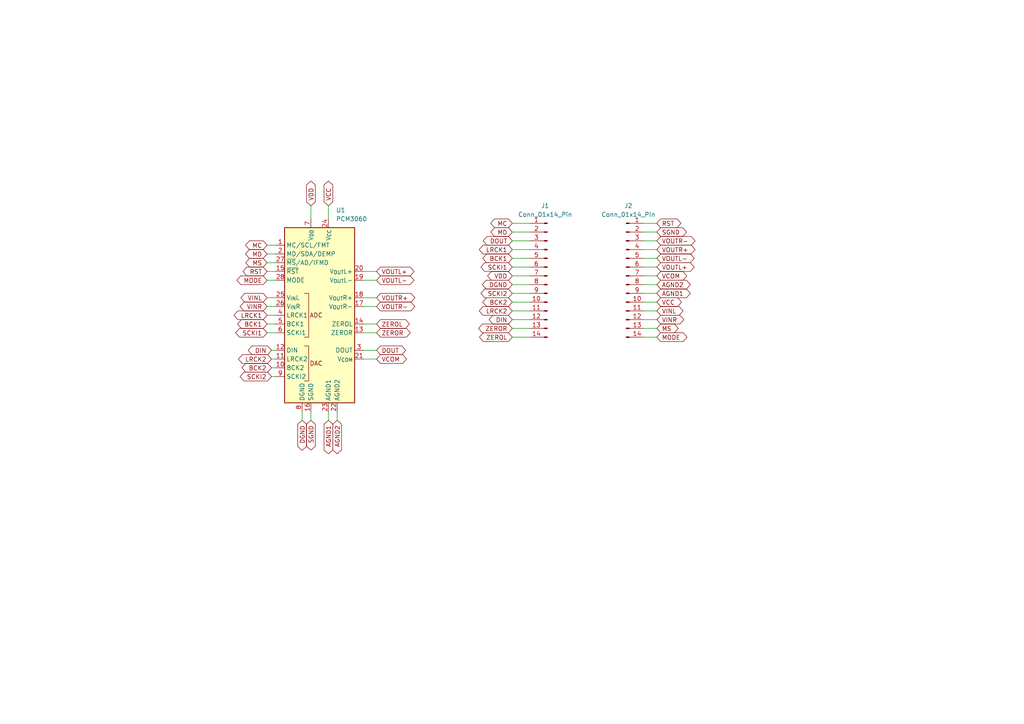
<source format=kicad_sch>
(kicad_sch (version 20231120) (generator "eeschema") (generator_version "8.0")
  (paper "A4")
  (lib_symbols
    (symbol "Audio:PCM3060"
      (property "Reference" "U" (at -9.398 26.67 0))
      (property "Value" "PCM3060" (at 8.89 26.67 0))
      (symbol "PCM3060_0_1"
        (rectangle (start -10.16 25.4) (end 10.16 -25.4) (stroke (width 0.254)) (fill (type background)))
        (polyline (pts (xy -4.445 -8.89) (xy -3.175 -8.89) (xy -3.175 -19.05) (xy -4.445 -19.05)))
        (polyline (pts (xy -4.445 -6.35) (xy -3.175 -6.35) (xy -3.175 6.35) (xy -4.445 6.35)))
      )
      (symbol "PCM3060_1_1"
        (text "ADC" (at -1.016 0 0) (effects (font (size 1.27 1.27))))
        (text "DAC" (at -1.016 -13.97 0) (effects (font (size 1.27 1.27))))
        (pin input line (at -12.7 20.32 0) (length 2.54) (name "MC/SCL/FMT") (number "1"))
        (pin bidirectional line (at -12.7 -15.24 0) (length 2.54) (name "BCK2") (number "10"))
        (pin bidirectional line (at -12.7 -12.7 0) (length 2.54) (name "LRCK2") (number "11"))
        (pin input line (at -12.7 -10.16 0) (length 2.54) (name "DIN") (number "12"))
        (pin output line (at 12.7 -5.08 180) (length 2.54) (name "ZEROR") (number "13"))
        (pin output line (at 12.7 -2.54 180) (length 2.54) (name "ZEROL") (number "14"))
        (pin input line (at -12.7 12.7 0) (length 2.54) (name "~{RST}") (number "15"))
        (pin power_in line (at -2.54 -27.94 90) (length 2.54) (name "SGND") (number "16"))
        (pin output line (at 12.7 2.54 180) (length 2.54) (name "V_{OUT}R-") (number "17"))
        (pin output line (at 12.7 5.08 180) (length 2.54) (name "V_{OUT}R+") (number "18"))
        (pin output line (at 12.7 10.16 180) (length 2.54) (name "V_{OUT}L-") (number "19"))
        (pin bidirectional line (at -12.7 17.78 0) (length 2.54) (name "MD/SDA/DEMP") (number "2"))
        (pin output line (at 12.7 12.7 180) (length 2.54) (name "V_{OUT}L+") (number "20"))
        (pin output line (at 12.7 -12.7 180) (length 2.54) (name "V_{COM}") (number "21"))
        (pin power_in line (at 5.08 -27.94 90) (length 2.54) (name "AGND2") (number "22"))
        (pin power_in line (at 2.54 -27.94 90) (length 2.54) (name "AGND1") (number "23"))
        (pin power_in line (at 2.54 27.94 270) (length 2.54) (name "V_{CC}") (number "24"))
        (pin input line (at -12.7 5.08 0) (length 2.54) (name "V_{IN}L") (number "25"))
        (pin input line (at -12.7 2.54 0) (length 2.54) (name "V_{IN}R") (number "26"))
        (pin input line (at -12.7 15.24 0) (length 2.54) (name "~{MS}/AD/IFMD") (number "27"))
        (pin input line (at -12.7 10.16 0) (length 2.54) (name "MODE") (number "28"))
        (pin output line (at 12.7 -10.16 180) (length 2.54) (name "DOUT") (number "3"))
        (pin bidirectional line (at -12.7 0 0) (length 2.54) (name "LRCK1") (number "4"))
        (pin bidirectional line (at -12.7 -2.54 0) (length 2.54) (name "BCK1") (number "5"))
        (pin input line (at -12.7 -5.08 0) (length 2.54) (name "SCKI1") (number "6"))
        (pin power_in line (at -2.54 27.94 270) (length 2.54) (name "V_{DD}") (number "7"))
        (pin power_in line (at -5.08 -27.94 90) (length 2.54) (name "DGND") (number "8"))
        (pin input line (at -12.7 -17.78 0) (length 2.54) (name "SCKI2") (number "9"))
      )
    )
    (symbol "Connector:Conn_01x14_Pin" (pin_names (offset 1.016) hide)
      (property "Reference" "J" (at 0 17.78 0))
      (property "Value" "Conn_01x14_Pin" (at 0 -20.32 0))
      (symbol "Conn_01x14_Pin_1_1"
        (polyline (pts (xy 1.27 -17.78) (xy 0.8636 -17.78)) (stroke (width 0.1524)))
        (polyline (pts (xy 1.27 -15.24) (xy 0.8636 -15.24)) (stroke (width 0.1524)))
        (polyline (pts (xy 1.27 -12.7) (xy 0.8636 -12.7)) (stroke (width 0.1524)))
        (polyline (pts (xy 1.27 -10.16) (xy 0.8636 -10.16)) (stroke (width 0.1524)))
        (polyline (pts (xy 1.27 -7.62) (xy 0.8636 -7.62)) (stroke (width 0.1524)))
        (polyline (pts (xy 1.27 -5.08) (xy 0.8636 -5.08)) (stroke (width 0.1524)))
        (polyline (pts (xy 1.27 -2.54) (xy 0.8636 -2.54)) (stroke (width 0.1524)))
        (polyline (pts (xy 1.27 0) (xy 0.8636 0)) (stroke (width 0.1524)))
        (polyline (pts (xy 1.27 2.54) (xy 0.8636 2.54)) (stroke (width 0.1524)))
        (polyline (pts (xy 1.27 5.08) (xy 0.8636 5.08)) (stroke (width 0.1524)))
        (polyline (pts (xy 1.27 7.62) (xy 0.8636 7.62)) (stroke (width 0.1524)))
        (polyline (pts (xy 1.27 10.16) (xy 0.8636 10.16)) (stroke (width 0.1524)))
        (polyline (pts (xy 1.27 12.7) (xy 0.8636 12.7)) (stroke (width 0.1524)))
        (polyline (pts (xy 1.27 15.24) (xy 0.8636 15.24)) (stroke (width 0.1524)))
        (rectangle (start 0.8636 -17.653) (end 0 -17.907) (stroke (width 0.1524)) (fill (type outline)))
        (rectangle (start 0.8636 -15.113) (end 0 -15.367) (stroke (width 0.1524)) (fill (type outline)))
        (rectangle (start 0.8636 -12.573) (end 0 -12.827) (stroke (width 0.1524)) (fill (type outline)))
        (rectangle (start 0.8636 -10.033) (end 0 -10.287) (stroke (width 0.1524)) (fill (type outline)))
        (rectangle (start 0.8636 -7.493) (end 0 -7.747) (stroke (width 0.1524)) (fill (type outline)))
        (rectangle (start 0.8636 -4.953) (end 0 -5.207) (stroke (width 0.1524)) (fill (type outline)))
        (rectangle (start 0.8636 -2.413) (end 0 -2.667) (stroke (width 0.1524)) (fill (type outline)))
        (rectangle (start 0.8636 0.127) (end 0 -0.127) (stroke (width 0.1524)) (fill (type outline)))
        (rectangle (start 0.8636 2.667) (end 0 2.413) (stroke (width 0.1524)) (fill (type outline)))
        (rectangle (start 0.8636 5.207) (end 0 4.953) (stroke (width 0.1524)) (fill (type outline)))
        (rectangle (start 0.8636 7.747) (end 0 7.493) (stroke (width 0.1524)) (fill (type outline)))
        (rectangle (start 0.8636 10.287) (end 0 10.033) (stroke (width 0.1524)) (fill (type outline)))
        (rectangle (start 0.8636 12.827) (end 0 12.573) (stroke (width 0.1524)) (fill (type outline)))
        (rectangle (start 0.8636 15.367) (end 0 15.113) (stroke (width 0.1524)) (fill (type outline)))
        (pin passive line (at 5.08 15.24 180) (length 3.81) (name "Pin_1") (number "1"))
        (pin passive line (at 5.08 -7.62 180) (length 3.81) (name "Pin_10") (number "10"))
        (pin passive line (at 5.08 -10.16 180) (length 3.81) (name "Pin_11") (number "11"))
        (pin passive line (at 5.08 -12.7 180) (length 3.81) (name "Pin_12") (number "12"))
        (pin passive line (at 5.08 -15.24 180) (length 3.81) (name "Pin_13") (number "13"))
        (pin passive line (at 5.08 -17.78 180) (length 3.81) (name "Pin_14") (number "14"))
        (pin passive line (at 5.08 12.7 180) (length 3.81) (name "Pin_2") (number "2"))
        (pin passive line (at 5.08 10.16 180) (length 3.81) (name "Pin_3") (number "3"))
        (pin passive line (at 5.08 7.62 180) (length 3.81) (name "Pin_4") (number "4"))
        (pin passive line (at 5.08 5.08 180) (length 3.81) (name "Pin_5") (number "5"))
        (pin passive line (at 5.08 2.54 180) (length 3.81) (name "Pin_6") (number "6"))
        (pin passive line (at 5.08 0 180) (length 3.81) (name "Pin_7") (number "7"))
        (pin passive line (at 5.08 -2.54 180) (length 3.81) (name "Pin_8") (number "8"))
        (pin passive line (at 5.08 -5.08 180) (length 3.81) (name "Pin_9") (number "9"))
      )
    )
  )
  (wire (pts (xy 78.74 104.14) (xy 80.01 104.14)))
  (wire (pts (xy 77.47 81.28) (xy 80.01 81.28)))
  (wire (pts (xy 109.22 104.14) (xy 105.41 104.14)))
  (wire (pts (xy 190.5 95.25) (xy 186.69 95.25)))
  (wire (pts (xy 77.47 86.36) (xy 80.01 86.36)))
  (wire (pts (xy 90.17 59.69) (xy 90.17 63.5)))
  (wire (pts (xy 148.59 97.79) (xy 153.67 97.79)))
  (wire (pts (xy 109.22 93.98) (xy 105.41 93.98)))
  (wire (pts (xy 148.59 87.63) (xy 153.67 87.63)))
  (wire (pts (xy 109.22 81.28) (xy 105.41 81.28)))
  (wire (pts (xy 95.25 59.69) (xy 95.25 63.5)))
  (wire (pts (xy 148.59 82.55) (xy 153.67 82.55)))
  (wire (pts (xy 77.47 71.12) (xy 80.01 71.12)))
  (wire (pts (xy 186.69 77.47) (xy 190.5 77.47)))
  (wire (pts (xy 77.47 93.98) (xy 80.01 93.98)))
  (wire (pts (xy 148.59 92.71) (xy 153.67 92.71)))
  (wire (pts (xy 95.25 119.38) (xy 95.25 121.92)))
  (wire (pts (xy 148.59 74.93) (xy 153.67 74.93)))
  (wire (pts (xy 190.5 82.55) (xy 186.69 82.55)))
  (wire (pts (xy 148.59 90.17) (xy 153.67 90.17)))
  (wire (pts (xy 109.22 96.52) (xy 105.41 96.52)))
  (wire (pts (xy 148.59 95.25) (xy 153.67 95.25)))
  (wire (pts (xy 190.5 87.63) (xy 186.69 87.63)))
  (wire (pts (xy 97.79 121.92) (xy 97.79 119.38)))
  (wire (pts (xy 190.5 74.93) (xy 186.69 74.93)))
  (wire (pts (xy 190.5 92.71) (xy 186.69 92.71)))
  (wire (pts (xy 105.41 86.36) (xy 109.22 86.36)))
  (wire (pts (xy 148.59 72.39) (xy 153.67 72.39)))
  (wire (pts (xy 78.74 109.22) (xy 80.01 109.22)))
  (wire (pts (xy 148.59 67.31) (xy 153.67 67.31)))
  (wire (pts (xy 148.59 64.77) (xy 153.67 64.77)))
  (wire (pts (xy 190.5 69.85) (xy 186.69 69.85)))
  (wire (pts (xy 186.69 85.09) (xy 190.5 85.09)))
  (wire (pts (xy 109.22 101.6) (xy 105.41 101.6)))
  (wire (pts (xy 190.5 67.31) (xy 186.69 67.31)))
  (wire (pts (xy 148.59 80.01) (xy 153.67 80.01)))
  (wire (pts (xy 186.69 72.39) (xy 190.5 72.39)))
  (wire (pts (xy 90.17 119.38) (xy 90.17 121.92)))
  (wire (pts (xy 77.47 91.44) (xy 80.01 91.44)))
  (wire (pts (xy 77.47 73.66) (xy 80.01 73.66)))
  (wire (pts (xy 148.59 77.47) (xy 153.67 77.47)))
  (wire (pts (xy 148.59 85.09) (xy 153.67 85.09)))
  (wire (pts (xy 148.59 69.85) (xy 153.67 69.85)))
  (wire (pts (xy 190.5 80.01) (xy 186.69 80.01)))
  (wire (pts (xy 77.47 76.2) (xy 80.01 76.2)))
  (wire (pts (xy 190.5 97.79) (xy 186.69 97.79)))
  (wire (pts (xy 78.74 106.68) (xy 80.01 106.68)))
  (wire (pts (xy 77.47 88.9) (xy 80.01 88.9)))
  (wire (pts (xy 77.47 78.74) (xy 80.01 78.74)))
  (wire (pts (xy 78.74 101.6) (xy 80.01 101.6)))
  (wire (pts (xy 190.5 64.77) (xy 186.69 64.77)))
  (wire (pts (xy 190.5 90.17) (xy 186.69 90.17)))
  (wire (pts (xy 87.63 121.92) (xy 87.63 119.38)))
  (wire (pts (xy 77.47 96.52) (xy 80.01 96.52)))
  (wire (pts (xy 109.22 88.9) (xy 105.41 88.9)))
  (wire (pts (xy 105.41 78.74) (xy 109.22 78.74)))
  (global_label "VOUTL-" (shape bidirectional) (at 109.22 81.28 0) (property "Intersheetrefs" "${INTERSHEET_REFS}" (effects (hide yes))))
  (global_label "VOUTL+" (shape bidirectional) (at 109.22 78.74 0) (property "Intersheetrefs" "${INTERSHEET_REFS}" (effects (hide yes))))
  (global_label "LRCK1" (shape bidirectional) (at 77.47 91.44 180) (property "Intersheetrefs" "${INTERSHEET_REFS}" (effects (hide yes))))
  (global_label "MC" (shape bidirectional) (at 77.47 71.12 180) (property "Intersheetrefs" "${INTERSHEET_REFS}" (effects (hide yes))))
  (global_label "RST" (shape bidirectional) (at 77.47 78.74 180) (property "Intersheetrefs" "${INTERSHEET_REFS}" (effects (hide yes))))
  (global_label "LRCK2" (shape bidirectional) (at 78.74 104.14 180) (property "Intersheetrefs" "${INTERSHEET_REFS}" (effects (hide yes))))
  (global_label "MS" (shape bidirectional) (at 190.5 95.25 0) (property "Intersheetrefs" "${INTERSHEET_REFS}" (effects (hide yes))))
  (global_label "DGND" (shape bidirectional) (at 148.59 82.55 180) (property "Intersheetrefs" "${INTERSHEET_REFS}" (effects (hide yes))))
  (global_label "SCKI2" (shape bidirectional) (at 148.59 85.09 180) (property "Intersheetrefs" "${INTERSHEET_REFS}" (effects (hide yes))))
  (global_label "ZEROL" (shape bidirectional) (at 109.22 93.98 0) (property "Intersheetrefs" "${INTERSHEET_REFS}" (effects (hide yes))))
  (global_label "VOUTL+" (shape bidirectional) (at 190.5 77.47 0) (property "Intersheetrefs" "${INTERSHEET_REFS}" (effects (hide yes))))
  (global_label "SGND" (shape bidirectional) (at 90.17 121.92 270) (property "Intersheetrefs" "${INTERSHEET_REFS}" (effects (hide yes))))
  (global_label "DOUT" (shape bidirectional) (at 109.22 101.6 0) (property "Intersheetrefs" "${INTERSHEET_REFS}" (effects (hide yes))))
  (global_label "VOUTR-" (shape bidirectional) (at 190.5 69.85 0) (property "Intersheetrefs" "${INTERSHEET_REFS}" (effects (hide yes))))
  (global_label "BCK1" (shape bidirectional) (at 148.59 74.93 180) (property "Intersheetrefs" "${INTERSHEET_REFS}" (effects (hide yes))))
  (global_label "MD" (shape bidirectional) (at 77.47 73.66 180) (property "Intersheetrefs" "${INTERSHEET_REFS}" (effects (hide yes))))
  (global_label "VCOM" (shape bidirectional) (at 109.22 104.14 0) (property "Intersheetrefs" "${INTERSHEET_REFS}" (effects (hide yes))))
  (global_label "AGND1" (shape bidirectional) (at 190.5 85.09 0) (property "Intersheetrefs" "${INTERSHEET_REFS}" (effects (hide yes))))
  (global_label "SGND" (shape bidirectional) (at 190.5 67.31 0) (property "Intersheetrefs" "${INTERSHEET_REFS}" (effects (hide yes))))
  (global_label "ZEROR" (shape bidirectional) (at 148.59 95.25 180) (property "Intersheetrefs" "${INTERSHEET_REFS}" (effects (hide yes))))
  (global_label "VOUTR-" (shape bidirectional) (at 109.22 88.9 0) (property "Intersheetrefs" "${INTERSHEET_REFS}" (effects (hide yes))))
  (global_label "SCKI1" (shape bidirectional) (at 148.59 77.47 180) (property "Intersheetrefs" "${INTERSHEET_REFS}" (effects (hide yes))))
  (global_label "BCK2" (shape bidirectional) (at 78.74 106.68 180) (property "Intersheetrefs" "${INTERSHEET_REFS}" (effects (hide yes))))
  (global_label "BCK2" (shape bidirectional) (at 148.59 87.63 180) (property "Intersheetrefs" "${INTERSHEET_REFS}" (effects (hide yes))))
  (global_label "VOUTR+" (shape bidirectional) (at 190.5 72.39 0) (property "Intersheetrefs" "${INTERSHEET_REFS}" (effects (hide yes))))
  (global_label "DOUT" (shape bidirectional) (at 148.59 69.85 180) (property "Intersheetrefs" "${INTERSHEET_REFS}" (effects (hide yes))))
  (global_label "VOUTR+" (shape bidirectional) (at 109.22 86.36 0) (property "Intersheetrefs" "${INTERSHEET_REFS}" (effects (hide yes))))
  (global_label "MD" (shape bidirectional) (at 148.59 67.31 180) (property "Intersheetrefs" "${INTERSHEET_REFS}" (effects (hide yes))))
  (global_label "ZEROR" (shape bidirectional) (at 109.22 96.52 0) (property "Intersheetrefs" "${INTERSHEET_REFS}" (effects (hide yes))))
  (global_label "MC" (shape bidirectional) (at 148.59 64.77 180) (property "Intersheetrefs" "${INTERSHEET_REFS}" (effects (hide yes))))
  (global_label "VCC" (shape bidirectional) (at 95.25 59.69 90) (property "Intersheetrefs" "${INTERSHEET_REFS}" (effects (hide yes))))
  (global_label "LRCK1" (shape bidirectional) (at 148.59 72.39 180) (property "Intersheetrefs" "${INTERSHEET_REFS}" (effects (hide yes))))
  (global_label "VINR" (shape bidirectional) (at 77.47 88.9 180) (property "Intersheetrefs" "${INTERSHEET_REFS}" (effects (hide yes))))
  (global_label "VOUTL-" (shape bidirectional) (at 190.5 74.93 0) (property "Intersheetrefs" "${INTERSHEET_REFS}" (effects (hide yes))))
  (global_label "VDD" (shape bidirectional) (at 90.17 59.69 90) (property "Intersheetrefs" "${INTERSHEET_REFS}" (effects (hide yes))))
  (global_label "VINL" (shape bidirectional) (at 77.47 86.36 180) (property "Intersheetrefs" "${INTERSHEET_REFS}" (effects (hide yes))))
  (global_label "LRCK2" (shape bidirectional) (at 148.59 90.17 180) (property "Intersheetrefs" "${INTERSHEET_REFS}" (effects (hide yes))))
  (global_label "MODE" (shape bidirectional) (at 77.47 81.28 180) (property "Intersheetrefs" "${INTERSHEET_REFS}" (effects (hide yes))))
  (global_label "VINR" (shape bidirectional) (at 190.5 92.71 0) (property "Intersheetrefs" "${INTERSHEET_REFS}" (effects (hide yes))))
  (global_label "AGND1" (shape bidirectional) (at 95.25 121.92 270) (property "Intersheetrefs" "${INTERSHEET_REFS}" (effects (hide yes))))
  (global_label "VDD" (shape bidirectional) (at 148.59 80.01 180) (property "Intersheetrefs" "${INTERSHEET_REFS}" (effects (hide yes))))
  (global_label "BCK1" (shape bidirectional) (at 77.47 93.98 180) (property "Intersheetrefs" "${INTERSHEET_REFS}" (effects (hide yes))))
  (global_label "DIN" (shape bidirectional) (at 78.74 101.6 180) (property "Intersheetrefs" "${INTERSHEET_REFS}" (effects (hide yes))))
  (global_label "DIN" (shape bidirectional) (at 148.59 92.71 180) (property "Intersheetrefs" "${INTERSHEET_REFS}" (effects (hide yes))))
  (global_label "AGND2" (shape bidirectional) (at 97.79 121.92 270) (property "Intersheetrefs" "${INTERSHEET_REFS}" (effects (hide yes))))
  (global_label "MS" (shape bidirectional) (at 77.47 76.2 180) (property "Intersheetrefs" "${INTERSHEET_REFS}" (effects (hide yes))))
  (global_label "VCC" (shape bidirectional) (at 190.5 87.63 0) (property "Intersheetrefs" "${INTERSHEET_REFS}" (effects (hide yes))))
  (global_label "VCOM" (shape bidirectional) (at 190.5 80.01 0) (property "Intersheetrefs" "${INTERSHEET_REFS}" (effects (hide yes))))
  (global_label "SCKI1" (shape bidirectional) (at 77.47 96.52 180) (property "Intersheetrefs" "${INTERSHEET_REFS}" (effects (hide yes))))
  (global_label "RST" (shape bidirectional) (at 190.5 64.77 0) (property "Intersheetrefs" "${INTERSHEET_REFS}" (effects (hide yes))))
  (global_label "SCKI2" (shape bidirectional) (at 78.74 109.22 180) (property "Intersheetrefs" "${INTERSHEET_REFS}" (effects (hide yes))))
  (global_label "VINL" (shape bidirectional) (at 190.5 90.17 0) (property "Intersheetrefs" "${INTERSHEET_REFS}" (effects (hide yes))))
  (global_label "DGND" (shape bidirectional) (at 87.63 121.92 270) (property "Intersheetrefs" "${INTERSHEET_REFS}" (effects (hide yes))))
  (global_label "MODE" (shape bidirectional) (at 190.5 97.79 0) (property "Intersheetrefs" "${INTERSHEET_REFS}" (effects (hide yes))))
  (global_label "ZEROL" (shape bidirectional) (at 148.59 97.79 180) (property "Intersheetrefs" "${INTERSHEET_REFS}" (effects (hide yes))))
  (global_label "AGND2" (shape bidirectional) (at 190.5 82.55 0) (property "Intersheetrefs" "${INTERSHEET_REFS}" (effects (hide yes))))
  (symbol (lib_id "Connector:Conn_01x14_Pin") (at 181.61 80.01 0) (unit 1)
    (property "Reference" "J2" (at 182.245 59.69 0))
    (property "Value" "Conn_01x14_Pin" (at 182.245 62.23 0))
    (property "Footprint" "Connector_PinHeader_2.54mm:PinHeader_1x14_P2.54mm_Vertical" (effects (hide yes)))
    (property "Description" "Generic connector, single row, 01x14, script generated" (effects (hide yes)))
  )
  (symbol (lib_id "Connector:Conn_01x14_Pin") (at 158.75 80.01 0) (mirror y) (unit 1)
    (property "Reference" "J1" (at 158.115 59.69 0))
    (property "Value" "Conn_01x14_Pin" (at 158.115 62.23 0))
    (property "Footprint" "Connector_PinHeader_2.54mm:PinHeader_1x14_P2.54mm_Vertical" (effects (hide yes)))
    (property "Description" "Generic connector, single row, 01x14, script generated" (effects (hide yes)))
  )
  (symbol (lib_id "Audio:PCM3060") (at 92.71 91.44 0) (unit 1)
    (property "Reference" "U1" (at 97.4441 60.96 0) (effects (justify left)))
    (property "Value" "PCM3060" (at 97.4441 63.5 0) (effects (justify left)))
    (property "Footprint" "Package_SO:TSSOP-28_4.4x9.7mm_P0.65mm" (effects (hide yes)))
    (property "Datasheet" "https://www.ti.com/lit/gpn/pcm3060" (effects (hide yes)))
    (property "Description" "24-bit Asynchronous Stereo Audio Codec with 96/192kHz sampling rate, TSSOP-28" (effects (hide yes)))
  )
)
</source>
